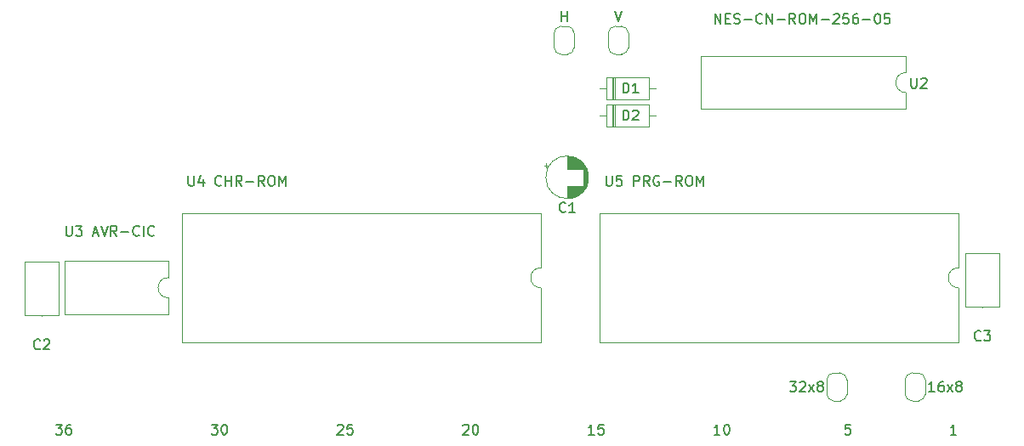
<source format=gto>
G04 #@! TF.GenerationSoftware,KiCad,Pcbnew,(5.1.9)-1*
G04 #@! TF.CreationDate,2022-06-09T21:59:55-07:00*
G04 #@! TF.ProjectId,NES-CN-ROM-256-05,4e45532d-434e-42d5-924f-4d2d3235362d,v01.1*
G04 #@! TF.SameCoordinates,Original*
G04 #@! TF.FileFunction,Legend,Top*
G04 #@! TF.FilePolarity,Positive*
%FSLAX46Y46*%
G04 Gerber Fmt 4.6, Leading zero omitted, Abs format (unit mm)*
G04 Created by KiCad (PCBNEW (5.1.9)-1) date 2022-06-09 21:59:55*
%MOMM*%
%LPD*%
G01*
G04 APERTURE LIST*
%ADD10C,0.150000*%
%ADD11C,0.120000*%
%ADD12C,0.100000*%
%ADD13C,1.300000*%
%ADD14O,1.700000X1.700000*%
%ADD15C,1.700000*%
G04 APERTURE END LIST*
D10*
X183809523Y-72252380D02*
X183809523Y-71252380D01*
X184380952Y-72252380D01*
X184380952Y-71252380D01*
X184857142Y-71728571D02*
X185190476Y-71728571D01*
X185333333Y-72252380D02*
X184857142Y-72252380D01*
X184857142Y-71252380D01*
X185333333Y-71252380D01*
X185714285Y-72204761D02*
X185857142Y-72252380D01*
X186095238Y-72252380D01*
X186190476Y-72204761D01*
X186238095Y-72157142D01*
X186285714Y-72061904D01*
X186285714Y-71966666D01*
X186238095Y-71871428D01*
X186190476Y-71823809D01*
X186095238Y-71776190D01*
X185904761Y-71728571D01*
X185809523Y-71680952D01*
X185761904Y-71633333D01*
X185714285Y-71538095D01*
X185714285Y-71442857D01*
X185761904Y-71347619D01*
X185809523Y-71300000D01*
X185904761Y-71252380D01*
X186142857Y-71252380D01*
X186285714Y-71300000D01*
X186714285Y-71871428D02*
X187476190Y-71871428D01*
X188523809Y-72157142D02*
X188476190Y-72204761D01*
X188333333Y-72252380D01*
X188238095Y-72252380D01*
X188095238Y-72204761D01*
X188000000Y-72109523D01*
X187952380Y-72014285D01*
X187904761Y-71823809D01*
X187904761Y-71680952D01*
X187952380Y-71490476D01*
X188000000Y-71395238D01*
X188095238Y-71300000D01*
X188238095Y-71252380D01*
X188333333Y-71252380D01*
X188476190Y-71300000D01*
X188523809Y-71347619D01*
X188952380Y-72252380D02*
X188952380Y-71252380D01*
X189523809Y-72252380D01*
X189523809Y-71252380D01*
X190000000Y-71871428D02*
X190761904Y-71871428D01*
X191809523Y-72252380D02*
X191476190Y-71776190D01*
X191238095Y-72252380D02*
X191238095Y-71252380D01*
X191619047Y-71252380D01*
X191714285Y-71300000D01*
X191761904Y-71347619D01*
X191809523Y-71442857D01*
X191809523Y-71585714D01*
X191761904Y-71680952D01*
X191714285Y-71728571D01*
X191619047Y-71776190D01*
X191238095Y-71776190D01*
X192428571Y-71252380D02*
X192619047Y-71252380D01*
X192714285Y-71300000D01*
X192809523Y-71395238D01*
X192857142Y-71585714D01*
X192857142Y-71919047D01*
X192809523Y-72109523D01*
X192714285Y-72204761D01*
X192619047Y-72252380D01*
X192428571Y-72252380D01*
X192333333Y-72204761D01*
X192238095Y-72109523D01*
X192190476Y-71919047D01*
X192190476Y-71585714D01*
X192238095Y-71395238D01*
X192333333Y-71300000D01*
X192428571Y-71252380D01*
X193285714Y-72252380D02*
X193285714Y-71252380D01*
X193619047Y-71966666D01*
X193952380Y-71252380D01*
X193952380Y-72252380D01*
X194428571Y-71871428D02*
X195190476Y-71871428D01*
X195619047Y-71347619D02*
X195666666Y-71300000D01*
X195761904Y-71252380D01*
X196000000Y-71252380D01*
X196095238Y-71300000D01*
X196142857Y-71347619D01*
X196190476Y-71442857D01*
X196190476Y-71538095D01*
X196142857Y-71680952D01*
X195571428Y-72252380D01*
X196190476Y-72252380D01*
X197095238Y-71252380D02*
X196619047Y-71252380D01*
X196571428Y-71728571D01*
X196619047Y-71680952D01*
X196714285Y-71633333D01*
X196952380Y-71633333D01*
X197047619Y-71680952D01*
X197095238Y-71728571D01*
X197142857Y-71823809D01*
X197142857Y-72061904D01*
X197095238Y-72157142D01*
X197047619Y-72204761D01*
X196952380Y-72252380D01*
X196714285Y-72252380D01*
X196619047Y-72204761D01*
X196571428Y-72157142D01*
X198000000Y-71252380D02*
X197809523Y-71252380D01*
X197714285Y-71300000D01*
X197666666Y-71347619D01*
X197571428Y-71490476D01*
X197523809Y-71680952D01*
X197523809Y-72061904D01*
X197571428Y-72157142D01*
X197619047Y-72204761D01*
X197714285Y-72252380D01*
X197904761Y-72252380D01*
X198000000Y-72204761D01*
X198047619Y-72157142D01*
X198095238Y-72061904D01*
X198095238Y-71823809D01*
X198047619Y-71728571D01*
X198000000Y-71680952D01*
X197904761Y-71633333D01*
X197714285Y-71633333D01*
X197619047Y-71680952D01*
X197571428Y-71728571D01*
X197523809Y-71823809D01*
X198523809Y-71871428D02*
X199285714Y-71871428D01*
X199952380Y-71252380D02*
X200047619Y-71252380D01*
X200142857Y-71300000D01*
X200190476Y-71347619D01*
X200238095Y-71442857D01*
X200285714Y-71633333D01*
X200285714Y-71871428D01*
X200238095Y-72061904D01*
X200190476Y-72157142D01*
X200142857Y-72204761D01*
X200047619Y-72252380D01*
X199952380Y-72252380D01*
X199857142Y-72204761D01*
X199809523Y-72157142D01*
X199761904Y-72061904D01*
X199714285Y-71871428D01*
X199714285Y-71633333D01*
X199761904Y-71442857D01*
X199809523Y-71347619D01*
X199857142Y-71300000D01*
X199952380Y-71252380D01*
X201190476Y-71252380D02*
X200714285Y-71252380D01*
X200666666Y-71728571D01*
X200714285Y-71680952D01*
X200809523Y-71633333D01*
X201047619Y-71633333D01*
X201142857Y-71680952D01*
X201190476Y-71728571D01*
X201238095Y-71823809D01*
X201238095Y-72061904D01*
X201190476Y-72157142D01*
X201142857Y-72204761D01*
X201047619Y-72252380D01*
X200809523Y-72252380D01*
X200714285Y-72204761D01*
X200666666Y-72157142D01*
X118190476Y-112202380D02*
X118809523Y-112202380D01*
X118476190Y-112583333D01*
X118619047Y-112583333D01*
X118714285Y-112630952D01*
X118761904Y-112678571D01*
X118809523Y-112773809D01*
X118809523Y-113011904D01*
X118761904Y-113107142D01*
X118714285Y-113154761D01*
X118619047Y-113202380D01*
X118333333Y-113202380D01*
X118238095Y-113154761D01*
X118190476Y-113107142D01*
X119666666Y-112202380D02*
X119476190Y-112202380D01*
X119380952Y-112250000D01*
X119333333Y-112297619D01*
X119238095Y-112440476D01*
X119190476Y-112630952D01*
X119190476Y-113011904D01*
X119238095Y-113107142D01*
X119285714Y-113154761D01*
X119380952Y-113202380D01*
X119571428Y-113202380D01*
X119666666Y-113154761D01*
X119714285Y-113107142D01*
X119761904Y-113011904D01*
X119761904Y-112773809D01*
X119714285Y-112678571D01*
X119666666Y-112630952D01*
X119571428Y-112583333D01*
X119380952Y-112583333D01*
X119285714Y-112630952D01*
X119238095Y-112678571D01*
X119190476Y-112773809D01*
X133690476Y-112202380D02*
X134309523Y-112202380D01*
X133976190Y-112583333D01*
X134119047Y-112583333D01*
X134214285Y-112630952D01*
X134261904Y-112678571D01*
X134309523Y-112773809D01*
X134309523Y-113011904D01*
X134261904Y-113107142D01*
X134214285Y-113154761D01*
X134119047Y-113202380D01*
X133833333Y-113202380D01*
X133738095Y-113154761D01*
X133690476Y-113107142D01*
X134928571Y-112202380D02*
X135023809Y-112202380D01*
X135119047Y-112250000D01*
X135166666Y-112297619D01*
X135214285Y-112392857D01*
X135261904Y-112583333D01*
X135261904Y-112821428D01*
X135214285Y-113011904D01*
X135166666Y-113107142D01*
X135119047Y-113154761D01*
X135023809Y-113202380D01*
X134928571Y-113202380D01*
X134833333Y-113154761D01*
X134785714Y-113107142D01*
X134738095Y-113011904D01*
X134690476Y-112821428D01*
X134690476Y-112583333D01*
X134738095Y-112392857D01*
X134785714Y-112297619D01*
X134833333Y-112250000D01*
X134928571Y-112202380D01*
X146238095Y-112297619D02*
X146285714Y-112250000D01*
X146380952Y-112202380D01*
X146619047Y-112202380D01*
X146714285Y-112250000D01*
X146761904Y-112297619D01*
X146809523Y-112392857D01*
X146809523Y-112488095D01*
X146761904Y-112630952D01*
X146190476Y-113202380D01*
X146809523Y-113202380D01*
X147714285Y-112202380D02*
X147238095Y-112202380D01*
X147190476Y-112678571D01*
X147238095Y-112630952D01*
X147333333Y-112583333D01*
X147571428Y-112583333D01*
X147666666Y-112630952D01*
X147714285Y-112678571D01*
X147761904Y-112773809D01*
X147761904Y-113011904D01*
X147714285Y-113107142D01*
X147666666Y-113154761D01*
X147571428Y-113202380D01*
X147333333Y-113202380D01*
X147238095Y-113154761D01*
X147190476Y-113107142D01*
X158738095Y-112297619D02*
X158785714Y-112250000D01*
X158880952Y-112202380D01*
X159119047Y-112202380D01*
X159214285Y-112250000D01*
X159261904Y-112297619D01*
X159309523Y-112392857D01*
X159309523Y-112488095D01*
X159261904Y-112630952D01*
X158690476Y-113202380D01*
X159309523Y-113202380D01*
X159928571Y-112202380D02*
X160023809Y-112202380D01*
X160119047Y-112250000D01*
X160166666Y-112297619D01*
X160214285Y-112392857D01*
X160261904Y-112583333D01*
X160261904Y-112821428D01*
X160214285Y-113011904D01*
X160166666Y-113107142D01*
X160119047Y-113154761D01*
X160023809Y-113202380D01*
X159928571Y-113202380D01*
X159833333Y-113154761D01*
X159785714Y-113107142D01*
X159738095Y-113011904D01*
X159690476Y-112821428D01*
X159690476Y-112583333D01*
X159738095Y-112392857D01*
X159785714Y-112297619D01*
X159833333Y-112250000D01*
X159928571Y-112202380D01*
X171809523Y-113202380D02*
X171238095Y-113202380D01*
X171523809Y-113202380D02*
X171523809Y-112202380D01*
X171428571Y-112345238D01*
X171333333Y-112440476D01*
X171238095Y-112488095D01*
X172714285Y-112202380D02*
X172238095Y-112202380D01*
X172190476Y-112678571D01*
X172238095Y-112630952D01*
X172333333Y-112583333D01*
X172571428Y-112583333D01*
X172666666Y-112630952D01*
X172714285Y-112678571D01*
X172761904Y-112773809D01*
X172761904Y-113011904D01*
X172714285Y-113107142D01*
X172666666Y-113154761D01*
X172571428Y-113202380D01*
X172333333Y-113202380D01*
X172238095Y-113154761D01*
X172190476Y-113107142D01*
X184309523Y-113202380D02*
X183738095Y-113202380D01*
X184023809Y-113202380D02*
X184023809Y-112202380D01*
X183928571Y-112345238D01*
X183833333Y-112440476D01*
X183738095Y-112488095D01*
X184928571Y-112202380D02*
X185023809Y-112202380D01*
X185119047Y-112250000D01*
X185166666Y-112297619D01*
X185214285Y-112392857D01*
X185261904Y-112583333D01*
X185261904Y-112821428D01*
X185214285Y-113011904D01*
X185166666Y-113107142D01*
X185119047Y-113154761D01*
X185023809Y-113202380D01*
X184928571Y-113202380D01*
X184833333Y-113154761D01*
X184785714Y-113107142D01*
X184738095Y-113011904D01*
X184690476Y-112821428D01*
X184690476Y-112583333D01*
X184738095Y-112392857D01*
X184785714Y-112297619D01*
X184833333Y-112250000D01*
X184928571Y-112202380D01*
X207835714Y-113202380D02*
X207264285Y-113202380D01*
X207550000Y-113202380D02*
X207550000Y-112202380D01*
X207454761Y-112345238D01*
X207359523Y-112440476D01*
X207264285Y-112488095D01*
X197288095Y-112202380D02*
X196811904Y-112202380D01*
X196764285Y-112678571D01*
X196811904Y-112630952D01*
X196907142Y-112583333D01*
X197145238Y-112583333D01*
X197240476Y-112630952D01*
X197288095Y-112678571D01*
X197335714Y-112773809D01*
X197335714Y-113011904D01*
X197288095Y-113107142D01*
X197240476Y-113154761D01*
X197145238Y-113202380D01*
X196907142Y-113202380D01*
X196811904Y-113154761D01*
X196764285Y-113107142D01*
X121926190Y-93116666D02*
X122402380Y-93116666D01*
X121830952Y-93402380D02*
X122164285Y-92402380D01*
X122497619Y-93402380D01*
X122688095Y-92402380D02*
X123021428Y-93402380D01*
X123354761Y-92402380D01*
X124259523Y-93402380D02*
X123926190Y-92926190D01*
X123688095Y-93402380D02*
X123688095Y-92402380D01*
X124069047Y-92402380D01*
X124164285Y-92450000D01*
X124211904Y-92497619D01*
X124259523Y-92592857D01*
X124259523Y-92735714D01*
X124211904Y-92830952D01*
X124164285Y-92878571D01*
X124069047Y-92926190D01*
X123688095Y-92926190D01*
X124688095Y-93021428D02*
X125450000Y-93021428D01*
X126497619Y-93307142D02*
X126450000Y-93354761D01*
X126307142Y-93402380D01*
X126211904Y-93402380D01*
X126069047Y-93354761D01*
X125973809Y-93259523D01*
X125926190Y-93164285D01*
X125878571Y-92973809D01*
X125878571Y-92830952D01*
X125926190Y-92640476D01*
X125973809Y-92545238D01*
X126069047Y-92450000D01*
X126211904Y-92402380D01*
X126307142Y-92402380D01*
X126450000Y-92450000D01*
X126497619Y-92497619D01*
X126926190Y-93402380D02*
X126926190Y-92402380D01*
X127973809Y-93307142D02*
X127926190Y-93354761D01*
X127783333Y-93402380D01*
X127688095Y-93402380D01*
X127545238Y-93354761D01*
X127450000Y-93259523D01*
X127402380Y-93164285D01*
X127354761Y-92973809D01*
X127354761Y-92830952D01*
X127402380Y-92640476D01*
X127450000Y-92545238D01*
X127545238Y-92450000D01*
X127688095Y-92402380D01*
X127783333Y-92402380D01*
X127926190Y-92450000D01*
X127973809Y-92497619D01*
D11*
X167030199Y-86155000D02*
X167030199Y-86555000D01*
X166830199Y-86355000D02*
X167230199Y-86355000D01*
X171181000Y-87180000D02*
X171181000Y-87920000D01*
X171141000Y-87013000D02*
X171141000Y-88087000D01*
X171101000Y-86886000D02*
X171101000Y-88214000D01*
X171061000Y-86782000D02*
X171061000Y-88318000D01*
X171021000Y-86691000D02*
X171021000Y-88409000D01*
X170981000Y-86610000D02*
X170981000Y-88490000D01*
X170941000Y-86537000D02*
X170941000Y-88563000D01*
X170901000Y-86470000D02*
X170901000Y-88630000D01*
X170861000Y-86408000D02*
X170861000Y-88692000D01*
X170821000Y-86350000D02*
X170821000Y-88750000D01*
X170781000Y-86296000D02*
X170781000Y-88804000D01*
X170741000Y-86246000D02*
X170741000Y-88854000D01*
X170701000Y-86199000D02*
X170701000Y-88901000D01*
X170661000Y-88390000D02*
X170661000Y-88946000D01*
X170661000Y-86154000D02*
X170661000Y-86710000D01*
X170621000Y-88390000D02*
X170621000Y-88988000D01*
X170621000Y-86112000D02*
X170621000Y-86710000D01*
X170581000Y-88390000D02*
X170581000Y-89028000D01*
X170581000Y-86072000D02*
X170581000Y-86710000D01*
X170541000Y-88390000D02*
X170541000Y-89066000D01*
X170541000Y-86034000D02*
X170541000Y-86710000D01*
X170501000Y-88390000D02*
X170501000Y-89102000D01*
X170501000Y-85998000D02*
X170501000Y-86710000D01*
X170461000Y-88390000D02*
X170461000Y-89137000D01*
X170461000Y-85963000D02*
X170461000Y-86710000D01*
X170421000Y-88390000D02*
X170421000Y-89169000D01*
X170421000Y-85931000D02*
X170421000Y-86710000D01*
X170381000Y-88390000D02*
X170381000Y-89200000D01*
X170381000Y-85900000D02*
X170381000Y-86710000D01*
X170341000Y-88390000D02*
X170341000Y-89230000D01*
X170341000Y-85870000D02*
X170341000Y-86710000D01*
X170301000Y-88390000D02*
X170301000Y-89258000D01*
X170301000Y-85842000D02*
X170301000Y-86710000D01*
X170261000Y-88390000D02*
X170261000Y-89285000D01*
X170261000Y-85815000D02*
X170261000Y-86710000D01*
X170221000Y-88390000D02*
X170221000Y-89310000D01*
X170221000Y-85790000D02*
X170221000Y-86710000D01*
X170181000Y-88390000D02*
X170181000Y-89335000D01*
X170181000Y-85765000D02*
X170181000Y-86710000D01*
X170141000Y-88390000D02*
X170141000Y-89358000D01*
X170141000Y-85742000D02*
X170141000Y-86710000D01*
X170101000Y-88390000D02*
X170101000Y-89380000D01*
X170101000Y-85720000D02*
X170101000Y-86710000D01*
X170061000Y-88390000D02*
X170061000Y-89401000D01*
X170061000Y-85699000D02*
X170061000Y-86710000D01*
X170021000Y-88390000D02*
X170021000Y-89420000D01*
X170021000Y-85680000D02*
X170021000Y-86710000D01*
X169981000Y-88390000D02*
X169981000Y-89439000D01*
X169981000Y-85661000D02*
X169981000Y-86710000D01*
X169941000Y-88390000D02*
X169941000Y-89457000D01*
X169941000Y-85643000D02*
X169941000Y-86710000D01*
X169901000Y-88390000D02*
X169901000Y-89474000D01*
X169901000Y-85626000D02*
X169901000Y-86710000D01*
X169861000Y-88390000D02*
X169861000Y-89490000D01*
X169861000Y-85610000D02*
X169861000Y-86710000D01*
X169821000Y-88390000D02*
X169821000Y-89504000D01*
X169821000Y-85596000D02*
X169821000Y-86710000D01*
X169780000Y-88390000D02*
X169780000Y-89518000D01*
X169780000Y-85582000D02*
X169780000Y-86710000D01*
X169740000Y-88390000D02*
X169740000Y-89532000D01*
X169740000Y-85568000D02*
X169740000Y-86710000D01*
X169700000Y-88390000D02*
X169700000Y-89544000D01*
X169700000Y-85556000D02*
X169700000Y-86710000D01*
X169660000Y-88390000D02*
X169660000Y-89555000D01*
X169660000Y-85545000D02*
X169660000Y-86710000D01*
X169620000Y-88390000D02*
X169620000Y-89566000D01*
X169620000Y-85534000D02*
X169620000Y-86710000D01*
X169580000Y-88390000D02*
X169580000Y-89575000D01*
X169580000Y-85525000D02*
X169580000Y-86710000D01*
X169540000Y-88390000D02*
X169540000Y-89584000D01*
X169540000Y-85516000D02*
X169540000Y-86710000D01*
X169500000Y-88390000D02*
X169500000Y-89592000D01*
X169500000Y-85508000D02*
X169500000Y-86710000D01*
X169460000Y-88390000D02*
X169460000Y-89600000D01*
X169460000Y-85500000D02*
X169460000Y-86710000D01*
X169420000Y-88390000D02*
X169420000Y-89606000D01*
X169420000Y-85494000D02*
X169420000Y-86710000D01*
X169380000Y-88390000D02*
X169380000Y-89612000D01*
X169380000Y-85488000D02*
X169380000Y-86710000D01*
X169340000Y-88390000D02*
X169340000Y-89617000D01*
X169340000Y-85483000D02*
X169340000Y-86710000D01*
X169300000Y-88390000D02*
X169300000Y-89621000D01*
X169300000Y-85479000D02*
X169300000Y-86710000D01*
X169260000Y-88390000D02*
X169260000Y-89624000D01*
X169260000Y-85476000D02*
X169260000Y-86710000D01*
X169220000Y-88390000D02*
X169220000Y-89627000D01*
X169220000Y-85473000D02*
X169220000Y-86710000D01*
X169180000Y-85471000D02*
X169180000Y-86710000D01*
X169180000Y-88390000D02*
X169180000Y-89629000D01*
X169140000Y-85470000D02*
X169140000Y-86710000D01*
X169140000Y-88390000D02*
X169140000Y-89630000D01*
X169100000Y-85470000D02*
X169100000Y-86710000D01*
X169100000Y-88390000D02*
X169100000Y-89630000D01*
X171220000Y-87550000D02*
G75*
G03*
X171220000Y-87550000I-2120000J0D01*
G01*
X115130000Y-101320000D02*
X118470000Y-101320000D01*
X118470000Y-101320000D02*
X118470000Y-95980000D01*
X118470000Y-95980000D02*
X115130000Y-95980000D01*
X115130000Y-95980000D02*
X115130000Y-101320000D01*
X116800000Y-101360000D02*
X116800000Y-101320000D01*
X116800000Y-95940000D02*
X116800000Y-95980000D01*
X210450000Y-95090000D02*
X210450000Y-95130000D01*
X210450000Y-100510000D02*
X210450000Y-100470000D01*
X208780000Y-95130000D02*
X208780000Y-100470000D01*
X212120000Y-95130000D02*
X208780000Y-95130000D01*
X212120000Y-100470000D02*
X212120000Y-95130000D01*
X208780000Y-100470000D02*
X212120000Y-100470000D01*
X172990000Y-77580000D02*
X172990000Y-79820000D01*
X172990000Y-79820000D02*
X177230000Y-79820000D01*
X177230000Y-79820000D02*
X177230000Y-77580000D01*
X177230000Y-77580000D02*
X172990000Y-77580000D01*
X172340000Y-78700000D02*
X172990000Y-78700000D01*
X177880000Y-78700000D02*
X177230000Y-78700000D01*
X173710000Y-77580000D02*
X173710000Y-79820000D01*
X173830000Y-77580000D02*
X173830000Y-79820000D01*
X173590000Y-77580000D02*
X173590000Y-79820000D01*
X173590000Y-80280000D02*
X173590000Y-82520000D01*
X173830000Y-80280000D02*
X173830000Y-82520000D01*
X173710000Y-80280000D02*
X173710000Y-82520000D01*
X177880000Y-81400000D02*
X177230000Y-81400000D01*
X172340000Y-81400000D02*
X172990000Y-81400000D01*
X177230000Y-80280000D02*
X172990000Y-80280000D01*
X177230000Y-82520000D02*
X177230000Y-80280000D01*
X172990000Y-82520000D02*
X177230000Y-82520000D01*
X172990000Y-80280000D02*
X172990000Y-82520000D01*
X202830000Y-77110000D02*
X202830000Y-75460000D01*
X202830000Y-75460000D02*
X182390000Y-75460000D01*
X182390000Y-75460000D02*
X182390000Y-80760000D01*
X182390000Y-80760000D02*
X202830000Y-80760000D01*
X202830000Y-80760000D02*
X202830000Y-79110000D01*
X202830000Y-79110000D02*
G75*
G02*
X202830000Y-77110000I0J1000000D01*
G01*
X129380000Y-101210000D02*
X129380000Y-99560000D01*
X119100000Y-101210000D02*
X129380000Y-101210000D01*
X119100000Y-95910000D02*
X119100000Y-101210000D01*
X129380000Y-95910000D02*
X119100000Y-95910000D01*
X129380000Y-97560000D02*
X129380000Y-95910000D01*
X129380000Y-99560000D02*
G75*
G02*
X129380000Y-97560000I0J1000000D01*
G01*
X166480000Y-104030000D02*
X166480000Y-98570000D01*
X130800000Y-104030000D02*
X166480000Y-104030000D01*
X130800000Y-91110000D02*
X130800000Y-104030000D01*
X166480000Y-91110000D02*
X130800000Y-91110000D01*
X166480000Y-96570000D02*
X166480000Y-91110000D01*
X166480000Y-98570000D02*
G75*
G02*
X166480000Y-96570000I0J1000000D01*
G01*
X208050000Y-96570000D02*
X208050000Y-91110000D01*
X208050000Y-91110000D02*
X172370000Y-91110000D01*
X172370000Y-91110000D02*
X172370000Y-104030000D01*
X172370000Y-104030000D02*
X208050000Y-104030000D01*
X208050000Y-104030000D02*
X208050000Y-98570000D01*
X208050000Y-98570000D02*
G75*
G02*
X208050000Y-96570000I0J1000000D01*
G01*
X194950000Y-109150000D02*
X194950000Y-107750000D01*
X195650000Y-107050000D02*
X196250000Y-107050000D01*
X196950000Y-107750000D02*
X196950000Y-109150000D01*
X196250000Y-109850000D02*
X195650000Y-109850000D01*
X194950000Y-107750000D02*
G75*
G02*
X195650000Y-107050000I700000J0D01*
G01*
X196250000Y-107050000D02*
G75*
G02*
X196950000Y-107750000I0J-700000D01*
G01*
X196950000Y-109150000D02*
G75*
G02*
X196250000Y-109850000I-700000J0D01*
G01*
X195650000Y-109850000D02*
G75*
G02*
X194950000Y-109150000I0J700000D01*
G01*
X202750000Y-109150000D02*
X202750000Y-107750000D01*
X203450000Y-107050000D02*
X204050000Y-107050000D01*
X204750000Y-107750000D02*
X204750000Y-109150000D01*
X204050000Y-109850000D02*
X203450000Y-109850000D01*
X202750000Y-107750000D02*
G75*
G02*
X203450000Y-107050000I700000J0D01*
G01*
X204050000Y-107050000D02*
G75*
G02*
X204750000Y-107750000I0J-700000D01*
G01*
X204750000Y-109150000D02*
G75*
G02*
X204050000Y-109850000I-700000J0D01*
G01*
X203450000Y-109850000D02*
G75*
G02*
X202750000Y-109150000I0J700000D01*
G01*
X167800000Y-74600000D02*
X167800000Y-73200000D01*
X168500000Y-72500000D02*
X169100000Y-72500000D01*
X169800000Y-73200000D02*
X169800000Y-74600000D01*
X169100000Y-75300000D02*
X168500000Y-75300000D01*
X167800000Y-73200000D02*
G75*
G02*
X168500000Y-72500000I700000J0D01*
G01*
X169100000Y-72500000D02*
G75*
G02*
X169800000Y-73200000I0J-700000D01*
G01*
X169800000Y-74600000D02*
G75*
G02*
X169100000Y-75300000I-700000J0D01*
G01*
X168500000Y-75300000D02*
G75*
G02*
X167800000Y-74600000I0J700000D01*
G01*
X173200000Y-74600000D02*
X173200000Y-73200000D01*
X173900000Y-72500000D02*
X174500000Y-72500000D01*
X175200000Y-73200000D02*
X175200000Y-74600000D01*
X174500000Y-75300000D02*
X173900000Y-75300000D01*
X173200000Y-73200000D02*
G75*
G02*
X173900000Y-72500000I700000J0D01*
G01*
X174500000Y-72500000D02*
G75*
G02*
X175200000Y-73200000I0J-700000D01*
G01*
X175200000Y-74600000D02*
G75*
G02*
X174500000Y-75300000I-700000J0D01*
G01*
X173900000Y-75300000D02*
G75*
G02*
X173200000Y-74600000I0J700000D01*
G01*
D10*
X168933333Y-90957142D02*
X168885714Y-91004761D01*
X168742857Y-91052380D01*
X168647619Y-91052380D01*
X168504761Y-91004761D01*
X168409523Y-90909523D01*
X168361904Y-90814285D01*
X168314285Y-90623809D01*
X168314285Y-90480952D01*
X168361904Y-90290476D01*
X168409523Y-90195238D01*
X168504761Y-90100000D01*
X168647619Y-90052380D01*
X168742857Y-90052380D01*
X168885714Y-90100000D01*
X168933333Y-90147619D01*
X169885714Y-91052380D02*
X169314285Y-91052380D01*
X169600000Y-91052380D02*
X169600000Y-90052380D01*
X169504761Y-90195238D01*
X169409523Y-90290476D01*
X169314285Y-90338095D01*
X116633333Y-104607142D02*
X116585714Y-104654761D01*
X116442857Y-104702380D01*
X116347619Y-104702380D01*
X116204761Y-104654761D01*
X116109523Y-104559523D01*
X116061904Y-104464285D01*
X116014285Y-104273809D01*
X116014285Y-104130952D01*
X116061904Y-103940476D01*
X116109523Y-103845238D01*
X116204761Y-103750000D01*
X116347619Y-103702380D01*
X116442857Y-103702380D01*
X116585714Y-103750000D01*
X116633333Y-103797619D01*
X117014285Y-103797619D02*
X117061904Y-103750000D01*
X117157142Y-103702380D01*
X117395238Y-103702380D01*
X117490476Y-103750000D01*
X117538095Y-103797619D01*
X117585714Y-103892857D01*
X117585714Y-103988095D01*
X117538095Y-104130952D01*
X116966666Y-104702380D01*
X117585714Y-104702380D01*
X210283333Y-103757142D02*
X210235714Y-103804761D01*
X210092857Y-103852380D01*
X209997619Y-103852380D01*
X209854761Y-103804761D01*
X209759523Y-103709523D01*
X209711904Y-103614285D01*
X209664285Y-103423809D01*
X209664285Y-103280952D01*
X209711904Y-103090476D01*
X209759523Y-102995238D01*
X209854761Y-102900000D01*
X209997619Y-102852380D01*
X210092857Y-102852380D01*
X210235714Y-102900000D01*
X210283333Y-102947619D01*
X210616666Y-102852380D02*
X211235714Y-102852380D01*
X210902380Y-103233333D01*
X211045238Y-103233333D01*
X211140476Y-103280952D01*
X211188095Y-103328571D01*
X211235714Y-103423809D01*
X211235714Y-103661904D01*
X211188095Y-103757142D01*
X211140476Y-103804761D01*
X211045238Y-103852380D01*
X210759523Y-103852380D01*
X210664285Y-103804761D01*
X210616666Y-103757142D01*
X174661904Y-79152380D02*
X174661904Y-78152380D01*
X174900000Y-78152380D01*
X175042857Y-78200000D01*
X175138095Y-78295238D01*
X175185714Y-78390476D01*
X175233333Y-78580952D01*
X175233333Y-78723809D01*
X175185714Y-78914285D01*
X175138095Y-79009523D01*
X175042857Y-79104761D01*
X174900000Y-79152380D01*
X174661904Y-79152380D01*
X176185714Y-79152380D02*
X175614285Y-79152380D01*
X175900000Y-79152380D02*
X175900000Y-78152380D01*
X175804761Y-78295238D01*
X175709523Y-78390476D01*
X175614285Y-78438095D01*
X174661904Y-81852380D02*
X174661904Y-80852380D01*
X174900000Y-80852380D01*
X175042857Y-80900000D01*
X175138095Y-80995238D01*
X175185714Y-81090476D01*
X175233333Y-81280952D01*
X175233333Y-81423809D01*
X175185714Y-81614285D01*
X175138095Y-81709523D01*
X175042857Y-81804761D01*
X174900000Y-81852380D01*
X174661904Y-81852380D01*
X175614285Y-80947619D02*
X175661904Y-80900000D01*
X175757142Y-80852380D01*
X175995238Y-80852380D01*
X176090476Y-80900000D01*
X176138095Y-80947619D01*
X176185714Y-81042857D01*
X176185714Y-81138095D01*
X176138095Y-81280952D01*
X175566666Y-81852380D01*
X176185714Y-81852380D01*
X203338095Y-77652380D02*
X203338095Y-78461904D01*
X203385714Y-78557142D01*
X203433333Y-78604761D01*
X203528571Y-78652380D01*
X203719047Y-78652380D01*
X203814285Y-78604761D01*
X203861904Y-78557142D01*
X203909523Y-78461904D01*
X203909523Y-77652380D01*
X204338095Y-77747619D02*
X204385714Y-77700000D01*
X204480952Y-77652380D01*
X204719047Y-77652380D01*
X204814285Y-77700000D01*
X204861904Y-77747619D01*
X204909523Y-77842857D01*
X204909523Y-77938095D01*
X204861904Y-78080952D01*
X204290476Y-78652380D01*
X204909523Y-78652380D01*
X119238095Y-92402380D02*
X119238095Y-93211904D01*
X119285714Y-93307142D01*
X119333333Y-93354761D01*
X119428571Y-93402380D01*
X119619047Y-93402380D01*
X119714285Y-93354761D01*
X119761904Y-93307142D01*
X119809523Y-93211904D01*
X119809523Y-92402380D01*
X120190476Y-92402380D02*
X120809523Y-92402380D01*
X120476190Y-92783333D01*
X120619047Y-92783333D01*
X120714285Y-92830952D01*
X120761904Y-92878571D01*
X120809523Y-92973809D01*
X120809523Y-93211904D01*
X120761904Y-93307142D01*
X120714285Y-93354761D01*
X120619047Y-93402380D01*
X120333333Y-93402380D01*
X120238095Y-93354761D01*
X120190476Y-93307142D01*
X131388095Y-87402380D02*
X131388095Y-88211904D01*
X131435714Y-88307142D01*
X131483333Y-88354761D01*
X131578571Y-88402380D01*
X131769047Y-88402380D01*
X131864285Y-88354761D01*
X131911904Y-88307142D01*
X131959523Y-88211904D01*
X131959523Y-87402380D01*
X132864285Y-87735714D02*
X132864285Y-88402380D01*
X132626190Y-87354761D02*
X132388095Y-88069047D01*
X133007142Y-88069047D01*
X134671428Y-88307142D02*
X134623809Y-88354761D01*
X134480952Y-88402380D01*
X134385714Y-88402380D01*
X134242857Y-88354761D01*
X134147619Y-88259523D01*
X134100000Y-88164285D01*
X134052380Y-87973809D01*
X134052380Y-87830952D01*
X134100000Y-87640476D01*
X134147619Y-87545238D01*
X134242857Y-87450000D01*
X134385714Y-87402380D01*
X134480952Y-87402380D01*
X134623809Y-87450000D01*
X134671428Y-87497619D01*
X135100000Y-88402380D02*
X135100000Y-87402380D01*
X135100000Y-87878571D02*
X135671428Y-87878571D01*
X135671428Y-88402380D02*
X135671428Y-87402380D01*
X136719047Y-88402380D02*
X136385714Y-87926190D01*
X136147619Y-88402380D02*
X136147619Y-87402380D01*
X136528571Y-87402380D01*
X136623809Y-87450000D01*
X136671428Y-87497619D01*
X136719047Y-87592857D01*
X136719047Y-87735714D01*
X136671428Y-87830952D01*
X136623809Y-87878571D01*
X136528571Y-87926190D01*
X136147619Y-87926190D01*
X137147619Y-88021428D02*
X137909523Y-88021428D01*
X138957142Y-88402380D02*
X138623809Y-87926190D01*
X138385714Y-88402380D02*
X138385714Y-87402380D01*
X138766666Y-87402380D01*
X138861904Y-87450000D01*
X138909523Y-87497619D01*
X138957142Y-87592857D01*
X138957142Y-87735714D01*
X138909523Y-87830952D01*
X138861904Y-87878571D01*
X138766666Y-87926190D01*
X138385714Y-87926190D01*
X139576190Y-87402380D02*
X139766666Y-87402380D01*
X139861904Y-87450000D01*
X139957142Y-87545238D01*
X140004761Y-87735714D01*
X140004761Y-88069047D01*
X139957142Y-88259523D01*
X139861904Y-88354761D01*
X139766666Y-88402380D01*
X139576190Y-88402380D01*
X139480952Y-88354761D01*
X139385714Y-88259523D01*
X139338095Y-88069047D01*
X139338095Y-87735714D01*
X139385714Y-87545238D01*
X139480952Y-87450000D01*
X139576190Y-87402380D01*
X140433333Y-88402380D02*
X140433333Y-87402380D01*
X140766666Y-88116666D01*
X141100000Y-87402380D01*
X141100000Y-88402380D01*
X172988095Y-87402380D02*
X172988095Y-88211904D01*
X173035714Y-88307142D01*
X173083333Y-88354761D01*
X173178571Y-88402380D01*
X173369047Y-88402380D01*
X173464285Y-88354761D01*
X173511904Y-88307142D01*
X173559523Y-88211904D01*
X173559523Y-87402380D01*
X174511904Y-87402380D02*
X174035714Y-87402380D01*
X173988095Y-87878571D01*
X174035714Y-87830952D01*
X174130952Y-87783333D01*
X174369047Y-87783333D01*
X174464285Y-87830952D01*
X174511904Y-87878571D01*
X174559523Y-87973809D01*
X174559523Y-88211904D01*
X174511904Y-88307142D01*
X174464285Y-88354761D01*
X174369047Y-88402380D01*
X174130952Y-88402380D01*
X174035714Y-88354761D01*
X173988095Y-88307142D01*
X175723809Y-88402380D02*
X175723809Y-87402380D01*
X176104761Y-87402380D01*
X176200000Y-87450000D01*
X176247619Y-87497619D01*
X176295238Y-87592857D01*
X176295238Y-87735714D01*
X176247619Y-87830952D01*
X176200000Y-87878571D01*
X176104761Y-87926190D01*
X175723809Y-87926190D01*
X177295238Y-88402380D02*
X176961904Y-87926190D01*
X176723809Y-88402380D02*
X176723809Y-87402380D01*
X177104761Y-87402380D01*
X177200000Y-87450000D01*
X177247619Y-87497619D01*
X177295238Y-87592857D01*
X177295238Y-87735714D01*
X177247619Y-87830952D01*
X177200000Y-87878571D01*
X177104761Y-87926190D01*
X176723809Y-87926190D01*
X178247619Y-87450000D02*
X178152380Y-87402380D01*
X178009523Y-87402380D01*
X177866666Y-87450000D01*
X177771428Y-87545238D01*
X177723809Y-87640476D01*
X177676190Y-87830952D01*
X177676190Y-87973809D01*
X177723809Y-88164285D01*
X177771428Y-88259523D01*
X177866666Y-88354761D01*
X178009523Y-88402380D01*
X178104761Y-88402380D01*
X178247619Y-88354761D01*
X178295238Y-88307142D01*
X178295238Y-87973809D01*
X178104761Y-87973809D01*
X178723809Y-88021428D02*
X179485714Y-88021428D01*
X180533333Y-88402380D02*
X180200000Y-87926190D01*
X179961904Y-88402380D02*
X179961904Y-87402380D01*
X180342857Y-87402380D01*
X180438095Y-87450000D01*
X180485714Y-87497619D01*
X180533333Y-87592857D01*
X180533333Y-87735714D01*
X180485714Y-87830952D01*
X180438095Y-87878571D01*
X180342857Y-87926190D01*
X179961904Y-87926190D01*
X181152380Y-87402380D02*
X181342857Y-87402380D01*
X181438095Y-87450000D01*
X181533333Y-87545238D01*
X181580952Y-87735714D01*
X181580952Y-88069047D01*
X181533333Y-88259523D01*
X181438095Y-88354761D01*
X181342857Y-88402380D01*
X181152380Y-88402380D01*
X181057142Y-88354761D01*
X180961904Y-88259523D01*
X180914285Y-88069047D01*
X180914285Y-87735714D01*
X180961904Y-87545238D01*
X181057142Y-87450000D01*
X181152380Y-87402380D01*
X182009523Y-88402380D02*
X182009523Y-87402380D01*
X182342857Y-88116666D01*
X182676190Y-87402380D01*
X182676190Y-88402380D01*
X191259523Y-107902380D02*
X191878571Y-107902380D01*
X191545238Y-108283333D01*
X191688095Y-108283333D01*
X191783333Y-108330952D01*
X191830952Y-108378571D01*
X191878571Y-108473809D01*
X191878571Y-108711904D01*
X191830952Y-108807142D01*
X191783333Y-108854761D01*
X191688095Y-108902380D01*
X191402380Y-108902380D01*
X191307142Y-108854761D01*
X191259523Y-108807142D01*
X192259523Y-107997619D02*
X192307142Y-107950000D01*
X192402380Y-107902380D01*
X192640476Y-107902380D01*
X192735714Y-107950000D01*
X192783333Y-107997619D01*
X192830952Y-108092857D01*
X192830952Y-108188095D01*
X192783333Y-108330952D01*
X192211904Y-108902380D01*
X192830952Y-108902380D01*
X193164285Y-108902380D02*
X193688095Y-108235714D01*
X193164285Y-108235714D02*
X193688095Y-108902380D01*
X194211904Y-108330952D02*
X194116666Y-108283333D01*
X194069047Y-108235714D01*
X194021428Y-108140476D01*
X194021428Y-108092857D01*
X194069047Y-107997619D01*
X194116666Y-107950000D01*
X194211904Y-107902380D01*
X194402380Y-107902380D01*
X194497619Y-107950000D01*
X194545238Y-107997619D01*
X194592857Y-108092857D01*
X194592857Y-108140476D01*
X194545238Y-108235714D01*
X194497619Y-108283333D01*
X194402380Y-108330952D01*
X194211904Y-108330952D01*
X194116666Y-108378571D01*
X194069047Y-108426190D01*
X194021428Y-108521428D01*
X194021428Y-108711904D01*
X194069047Y-108807142D01*
X194116666Y-108854761D01*
X194211904Y-108902380D01*
X194402380Y-108902380D01*
X194497619Y-108854761D01*
X194545238Y-108807142D01*
X194592857Y-108711904D01*
X194592857Y-108521428D01*
X194545238Y-108426190D01*
X194497619Y-108378571D01*
X194402380Y-108330952D01*
X205678571Y-108902380D02*
X205107142Y-108902380D01*
X205392857Y-108902380D02*
X205392857Y-107902380D01*
X205297619Y-108045238D01*
X205202380Y-108140476D01*
X205107142Y-108188095D01*
X206535714Y-107902380D02*
X206345238Y-107902380D01*
X206250000Y-107950000D01*
X206202380Y-107997619D01*
X206107142Y-108140476D01*
X206059523Y-108330952D01*
X206059523Y-108711904D01*
X206107142Y-108807142D01*
X206154761Y-108854761D01*
X206250000Y-108902380D01*
X206440476Y-108902380D01*
X206535714Y-108854761D01*
X206583333Y-108807142D01*
X206630952Y-108711904D01*
X206630952Y-108473809D01*
X206583333Y-108378571D01*
X206535714Y-108330952D01*
X206440476Y-108283333D01*
X206250000Y-108283333D01*
X206154761Y-108330952D01*
X206107142Y-108378571D01*
X206059523Y-108473809D01*
X206964285Y-108902380D02*
X207488095Y-108235714D01*
X206964285Y-108235714D02*
X207488095Y-108902380D01*
X208011904Y-108330952D02*
X207916666Y-108283333D01*
X207869047Y-108235714D01*
X207821428Y-108140476D01*
X207821428Y-108092857D01*
X207869047Y-107997619D01*
X207916666Y-107950000D01*
X208011904Y-107902380D01*
X208202380Y-107902380D01*
X208297619Y-107950000D01*
X208345238Y-107997619D01*
X208392857Y-108092857D01*
X208392857Y-108140476D01*
X208345238Y-108235714D01*
X208297619Y-108283333D01*
X208202380Y-108330952D01*
X208011904Y-108330952D01*
X207916666Y-108378571D01*
X207869047Y-108426190D01*
X207821428Y-108521428D01*
X207821428Y-108711904D01*
X207869047Y-108807142D01*
X207916666Y-108854761D01*
X208011904Y-108902380D01*
X208202380Y-108902380D01*
X208297619Y-108854761D01*
X208345238Y-108807142D01*
X208392857Y-108711904D01*
X208392857Y-108521428D01*
X208345238Y-108426190D01*
X208297619Y-108378571D01*
X208202380Y-108330952D01*
X168514285Y-72002380D02*
X168514285Y-71002380D01*
X168514285Y-71478571D02*
X169085714Y-71478571D01*
X169085714Y-72002380D02*
X169085714Y-71002380D01*
X173866666Y-71002380D02*
X174200000Y-72002380D01*
X174533333Y-71002380D01*
%LPC*%
D12*
G36*
X210000000Y-125000000D02*
G01*
X116500000Y-125000000D01*
X116500000Y-113700000D01*
X210000000Y-113700000D01*
X210000000Y-125000000D01*
G37*
X210000000Y-125000000D02*
X116500000Y-125000000D01*
X116500000Y-113700000D01*
X210000000Y-113700000D01*
X210000000Y-125000000D01*
G36*
G01*
X167700000Y-88150000D02*
X167700000Y-86950000D01*
G75*
G02*
X167750000Y-86900000I50000J0D01*
G01*
X168950000Y-86900000D01*
G75*
G02*
X169000000Y-86950000I0J-50000D01*
G01*
X169000000Y-88150000D01*
G75*
G02*
X168950000Y-88200000I-50000J0D01*
G01*
X167750000Y-88200000D01*
G75*
G02*
X167700000Y-88150000I0J50000D01*
G01*
G37*
D13*
X169850000Y-87550000D03*
D14*
X116800000Y-94900000D03*
D15*
X116800000Y-102400000D03*
X210450000Y-101550000D03*
D14*
X210450000Y-94050000D03*
X178920000Y-78700000D03*
G36*
G01*
X170450000Y-79500000D02*
X170450000Y-77900000D01*
G75*
G02*
X170500000Y-77850000I50000J0D01*
G01*
X172100000Y-77850000D01*
G75*
G02*
X172150000Y-77900000I0J-50000D01*
G01*
X172150000Y-79500000D01*
G75*
G02*
X172100000Y-79550000I-50000J0D01*
G01*
X170500000Y-79550000D01*
G75*
G02*
X170450000Y-79500000I0J50000D01*
G01*
G37*
G36*
G01*
X170450000Y-82200000D02*
X170450000Y-80600000D01*
G75*
G02*
X170500000Y-80550000I50000J0D01*
G01*
X172100000Y-80550000D01*
G75*
G02*
X172150000Y-80600000I0J-50000D01*
G01*
X172150000Y-82200000D01*
G75*
G02*
X172100000Y-82250000I-50000J0D01*
G01*
X170500000Y-82250000D01*
G75*
G02*
X170450000Y-82200000I0J50000D01*
G01*
G37*
X178920000Y-81400000D03*
X201500000Y-81920000D03*
X183720000Y-74300000D03*
X198960000Y-81920000D03*
X186260000Y-74300000D03*
X196420000Y-81920000D03*
X188800000Y-74300000D03*
X193880000Y-81920000D03*
X191340000Y-74300000D03*
X191340000Y-81920000D03*
X193880000Y-74300000D03*
X188800000Y-81920000D03*
X196420000Y-74300000D03*
X186260000Y-81920000D03*
X198960000Y-74300000D03*
X183720000Y-81920000D03*
G36*
G01*
X200700000Y-73450000D02*
X202300000Y-73450000D01*
G75*
G02*
X202350000Y-73500000I0J-50000D01*
G01*
X202350000Y-75100000D01*
G75*
G02*
X202300000Y-75150000I-50000J0D01*
G01*
X200700000Y-75150000D01*
G75*
G02*
X200650000Y-75100000I0J50000D01*
G01*
X200650000Y-73500000D01*
G75*
G02*
X200700000Y-73450000I50000J0D01*
G01*
G37*
G36*
G01*
X127250000Y-93900000D02*
X128850000Y-93900000D01*
G75*
G02*
X128900000Y-93950000I0J-50000D01*
G01*
X128900000Y-95550000D01*
G75*
G02*
X128850000Y-95600000I-50000J0D01*
G01*
X127250000Y-95600000D01*
G75*
G02*
X127200000Y-95550000I0J50000D01*
G01*
X127200000Y-93950000D01*
G75*
G02*
X127250000Y-93900000I50000J0D01*
G01*
G37*
X120430000Y-102370000D03*
X125510000Y-94750000D03*
X122970000Y-102370000D03*
X122970000Y-94750000D03*
X125510000Y-102370000D03*
X120430000Y-94750000D03*
X128050000Y-102370000D03*
G36*
G01*
X164350000Y-89100000D02*
X165950000Y-89100000D01*
G75*
G02*
X166000000Y-89150000I0J-50000D01*
G01*
X166000000Y-90750000D01*
G75*
G02*
X165950000Y-90800000I-50000J0D01*
G01*
X164350000Y-90800000D01*
G75*
G02*
X164300000Y-90750000I0J50000D01*
G01*
X164300000Y-89150000D01*
G75*
G02*
X164350000Y-89100000I50000J0D01*
G01*
G37*
X132130000Y-105190000D03*
X162610000Y-89950000D03*
X134670000Y-105190000D03*
X160070000Y-89950000D03*
X137210000Y-105190000D03*
X157530000Y-89950000D03*
X139750000Y-105190000D03*
X154990000Y-89950000D03*
X142290000Y-105190000D03*
X152450000Y-89950000D03*
X144830000Y-105190000D03*
X149910000Y-89950000D03*
X147370000Y-105190000D03*
X147370000Y-89950000D03*
X149910000Y-105190000D03*
X144830000Y-89950000D03*
X152450000Y-105190000D03*
X142290000Y-89950000D03*
X154990000Y-105190000D03*
X139750000Y-89950000D03*
X157530000Y-105190000D03*
X137210000Y-89950000D03*
X160070000Y-105190000D03*
X134670000Y-89950000D03*
X162610000Y-105190000D03*
X132130000Y-89950000D03*
X165150000Y-105190000D03*
X206720000Y-105190000D03*
X173700000Y-89950000D03*
X204180000Y-105190000D03*
X176240000Y-89950000D03*
X201640000Y-105190000D03*
X178780000Y-89950000D03*
X199100000Y-105190000D03*
X181320000Y-89950000D03*
X196560000Y-105190000D03*
X183860000Y-89950000D03*
X194020000Y-105190000D03*
X186400000Y-89950000D03*
X191480000Y-105190000D03*
X188940000Y-89950000D03*
X188940000Y-105190000D03*
X191480000Y-89950000D03*
X186400000Y-105190000D03*
X194020000Y-89950000D03*
X183860000Y-105190000D03*
X196560000Y-89950000D03*
X181320000Y-105190000D03*
X199100000Y-89950000D03*
X178780000Y-105190000D03*
X201640000Y-89950000D03*
X176240000Y-105190000D03*
X204180000Y-89950000D03*
X173700000Y-105190000D03*
G36*
G01*
X205920000Y-89100000D02*
X207520000Y-89100000D01*
G75*
G02*
X207570000Y-89150000I0J-50000D01*
G01*
X207570000Y-90750000D01*
G75*
G02*
X207520000Y-90800000I-50000J0D01*
G01*
X205920000Y-90800000D01*
G75*
G02*
X205870000Y-90750000I0J50000D01*
G01*
X205870000Y-89150000D01*
G75*
G02*
X205920000Y-89100000I50000J0D01*
G01*
G37*
D12*
G36*
X195150602Y-107793889D02*
G01*
X195150602Y-107775466D01*
X195150843Y-107770565D01*
X195155653Y-107721734D01*
X195156373Y-107716881D01*
X195165945Y-107668756D01*
X195167137Y-107663995D01*
X195181381Y-107617040D01*
X195183034Y-107612421D01*
X195201811Y-107567088D01*
X195203909Y-107562651D01*
X195227040Y-107519378D01*
X195229562Y-107515171D01*
X195256822Y-107474372D01*
X195259746Y-107470430D01*
X195290874Y-107432501D01*
X195294169Y-107428866D01*
X195328866Y-107394169D01*
X195332501Y-107390874D01*
X195370430Y-107359746D01*
X195374372Y-107356822D01*
X195415171Y-107329562D01*
X195419378Y-107327040D01*
X195462651Y-107303909D01*
X195467088Y-107301811D01*
X195512421Y-107283034D01*
X195517040Y-107281381D01*
X195563995Y-107267137D01*
X195568756Y-107265945D01*
X195616881Y-107256373D01*
X195621734Y-107255653D01*
X195670565Y-107250843D01*
X195675466Y-107250602D01*
X195693889Y-107250602D01*
X195700000Y-107250000D01*
X196200000Y-107250000D01*
X196206111Y-107250602D01*
X196224534Y-107250602D01*
X196229435Y-107250843D01*
X196278266Y-107255653D01*
X196283119Y-107256373D01*
X196331244Y-107265945D01*
X196336005Y-107267137D01*
X196382960Y-107281381D01*
X196387579Y-107283034D01*
X196432912Y-107301811D01*
X196437349Y-107303909D01*
X196480622Y-107327040D01*
X196484829Y-107329562D01*
X196525628Y-107356822D01*
X196529570Y-107359746D01*
X196567499Y-107390874D01*
X196571134Y-107394169D01*
X196605831Y-107428866D01*
X196609126Y-107432501D01*
X196640254Y-107470430D01*
X196643178Y-107474372D01*
X196670438Y-107515171D01*
X196672960Y-107519378D01*
X196696091Y-107562651D01*
X196698189Y-107567088D01*
X196716966Y-107612421D01*
X196718619Y-107617040D01*
X196732863Y-107663995D01*
X196734055Y-107668756D01*
X196743627Y-107716881D01*
X196744347Y-107721734D01*
X196749157Y-107770565D01*
X196749398Y-107775466D01*
X196749398Y-107793889D01*
X196750000Y-107800000D01*
X196750000Y-108300000D01*
X196749039Y-108309755D01*
X196746194Y-108319134D01*
X196741573Y-108327779D01*
X196735355Y-108335355D01*
X196727779Y-108341573D01*
X196719134Y-108346194D01*
X196709755Y-108349039D01*
X196700000Y-108350000D01*
X195200000Y-108350000D01*
X195190245Y-108349039D01*
X195180866Y-108346194D01*
X195172221Y-108341573D01*
X195164645Y-108335355D01*
X195158427Y-108327779D01*
X195153806Y-108319134D01*
X195150961Y-108309755D01*
X195150000Y-108300000D01*
X195150000Y-107800000D01*
X195150602Y-107793889D01*
G37*
G36*
X195150961Y-108590245D02*
G01*
X195153806Y-108580866D01*
X195158427Y-108572221D01*
X195164645Y-108564645D01*
X195172221Y-108558427D01*
X195180866Y-108553806D01*
X195190245Y-108550961D01*
X195200000Y-108550000D01*
X196700000Y-108550000D01*
X196709755Y-108550961D01*
X196719134Y-108553806D01*
X196727779Y-108558427D01*
X196735355Y-108564645D01*
X196741573Y-108572221D01*
X196746194Y-108580866D01*
X196749039Y-108590245D01*
X196750000Y-108600000D01*
X196750000Y-109100000D01*
X196749398Y-109106111D01*
X196749398Y-109124534D01*
X196749157Y-109129435D01*
X196744347Y-109178266D01*
X196743627Y-109183119D01*
X196734055Y-109231244D01*
X196732863Y-109236005D01*
X196718619Y-109282960D01*
X196716966Y-109287579D01*
X196698189Y-109332912D01*
X196696091Y-109337349D01*
X196672960Y-109380622D01*
X196670438Y-109384829D01*
X196643178Y-109425628D01*
X196640254Y-109429570D01*
X196609126Y-109467499D01*
X196605831Y-109471134D01*
X196571134Y-109505831D01*
X196567499Y-109509126D01*
X196529570Y-109540254D01*
X196525628Y-109543178D01*
X196484829Y-109570438D01*
X196480622Y-109572960D01*
X196437349Y-109596091D01*
X196432912Y-109598189D01*
X196387579Y-109616966D01*
X196382960Y-109618619D01*
X196336005Y-109632863D01*
X196331244Y-109634055D01*
X196283119Y-109643627D01*
X196278266Y-109644347D01*
X196229435Y-109649157D01*
X196224534Y-109649398D01*
X196206111Y-109649398D01*
X196200000Y-109650000D01*
X195700000Y-109650000D01*
X195693889Y-109649398D01*
X195675466Y-109649398D01*
X195670565Y-109649157D01*
X195621734Y-109644347D01*
X195616881Y-109643627D01*
X195568756Y-109634055D01*
X195563995Y-109632863D01*
X195517040Y-109618619D01*
X195512421Y-109616966D01*
X195467088Y-109598189D01*
X195462651Y-109596091D01*
X195419378Y-109572960D01*
X195415171Y-109570438D01*
X195374372Y-109543178D01*
X195370430Y-109540254D01*
X195332501Y-109509126D01*
X195328866Y-109505831D01*
X195294169Y-109471134D01*
X195290874Y-109467499D01*
X195259746Y-109429570D01*
X195256822Y-109425628D01*
X195229562Y-109384829D01*
X195227040Y-109380622D01*
X195203909Y-109337349D01*
X195201811Y-109332912D01*
X195183034Y-109287579D01*
X195181381Y-109282960D01*
X195167137Y-109236005D01*
X195165945Y-109231244D01*
X195156373Y-109183119D01*
X195155653Y-109178266D01*
X195150843Y-109129435D01*
X195150602Y-109124534D01*
X195150602Y-109106111D01*
X195150000Y-109100000D01*
X195150000Y-108600000D01*
X195150961Y-108590245D01*
G37*
G36*
X202950961Y-108590245D02*
G01*
X202953806Y-108580866D01*
X202958427Y-108572221D01*
X202964645Y-108564645D01*
X202972221Y-108558427D01*
X202980866Y-108553806D01*
X202990245Y-108550961D01*
X203000000Y-108550000D01*
X204500000Y-108550000D01*
X204509755Y-108550961D01*
X204519134Y-108553806D01*
X204527779Y-108558427D01*
X204535355Y-108564645D01*
X204541573Y-108572221D01*
X204546194Y-108580866D01*
X204549039Y-108590245D01*
X204550000Y-108600000D01*
X204550000Y-109100000D01*
X204549398Y-109106111D01*
X204549398Y-109124534D01*
X204549157Y-109129435D01*
X204544347Y-109178266D01*
X204543627Y-109183119D01*
X204534055Y-109231244D01*
X204532863Y-109236005D01*
X204518619Y-109282960D01*
X204516966Y-109287579D01*
X204498189Y-109332912D01*
X204496091Y-109337349D01*
X204472960Y-109380622D01*
X204470438Y-109384829D01*
X204443178Y-109425628D01*
X204440254Y-109429570D01*
X204409126Y-109467499D01*
X204405831Y-109471134D01*
X204371134Y-109505831D01*
X204367499Y-109509126D01*
X204329570Y-109540254D01*
X204325628Y-109543178D01*
X204284829Y-109570438D01*
X204280622Y-109572960D01*
X204237349Y-109596091D01*
X204232912Y-109598189D01*
X204187579Y-109616966D01*
X204182960Y-109618619D01*
X204136005Y-109632863D01*
X204131244Y-109634055D01*
X204083119Y-109643627D01*
X204078266Y-109644347D01*
X204029435Y-109649157D01*
X204024534Y-109649398D01*
X204006111Y-109649398D01*
X204000000Y-109650000D01*
X203500000Y-109650000D01*
X203493889Y-109649398D01*
X203475466Y-109649398D01*
X203470565Y-109649157D01*
X203421734Y-109644347D01*
X203416881Y-109643627D01*
X203368756Y-109634055D01*
X203363995Y-109632863D01*
X203317040Y-109618619D01*
X203312421Y-109616966D01*
X203267088Y-109598189D01*
X203262651Y-109596091D01*
X203219378Y-109572960D01*
X203215171Y-109570438D01*
X203174372Y-109543178D01*
X203170430Y-109540254D01*
X203132501Y-109509126D01*
X203128866Y-109505831D01*
X203094169Y-109471134D01*
X203090874Y-109467499D01*
X203059746Y-109429570D01*
X203056822Y-109425628D01*
X203029562Y-109384829D01*
X203027040Y-109380622D01*
X203003909Y-109337349D01*
X203001811Y-109332912D01*
X202983034Y-109287579D01*
X202981381Y-109282960D01*
X202967137Y-109236005D01*
X202965945Y-109231244D01*
X202956373Y-109183119D01*
X202955653Y-109178266D01*
X202950843Y-109129435D01*
X202950602Y-109124534D01*
X202950602Y-109106111D01*
X202950000Y-109100000D01*
X202950000Y-108600000D01*
X202950961Y-108590245D01*
G37*
G36*
X202950602Y-107793889D02*
G01*
X202950602Y-107775466D01*
X202950843Y-107770565D01*
X202955653Y-107721734D01*
X202956373Y-107716881D01*
X202965945Y-107668756D01*
X202967137Y-107663995D01*
X202981381Y-107617040D01*
X202983034Y-107612421D01*
X203001811Y-107567088D01*
X203003909Y-107562651D01*
X203027040Y-107519378D01*
X203029562Y-107515171D01*
X203056822Y-107474372D01*
X203059746Y-107470430D01*
X203090874Y-107432501D01*
X203094169Y-107428866D01*
X203128866Y-107394169D01*
X203132501Y-107390874D01*
X203170430Y-107359746D01*
X203174372Y-107356822D01*
X203215171Y-107329562D01*
X203219378Y-107327040D01*
X203262651Y-107303909D01*
X203267088Y-107301811D01*
X203312421Y-107283034D01*
X203317040Y-107281381D01*
X203363995Y-107267137D01*
X203368756Y-107265945D01*
X203416881Y-107256373D01*
X203421734Y-107255653D01*
X203470565Y-107250843D01*
X203475466Y-107250602D01*
X203493889Y-107250602D01*
X203500000Y-107250000D01*
X204000000Y-107250000D01*
X204006111Y-107250602D01*
X204024534Y-107250602D01*
X204029435Y-107250843D01*
X204078266Y-107255653D01*
X204083119Y-107256373D01*
X204131244Y-107265945D01*
X204136005Y-107267137D01*
X204182960Y-107281381D01*
X204187579Y-107283034D01*
X204232912Y-107301811D01*
X204237349Y-107303909D01*
X204280622Y-107327040D01*
X204284829Y-107329562D01*
X204325628Y-107356822D01*
X204329570Y-107359746D01*
X204367499Y-107390874D01*
X204371134Y-107394169D01*
X204405831Y-107428866D01*
X204409126Y-107432501D01*
X204440254Y-107470430D01*
X204443178Y-107474372D01*
X204470438Y-107515171D01*
X204472960Y-107519378D01*
X204496091Y-107562651D01*
X204498189Y-107567088D01*
X204516966Y-107612421D01*
X204518619Y-107617040D01*
X204532863Y-107663995D01*
X204534055Y-107668756D01*
X204543627Y-107716881D01*
X204544347Y-107721734D01*
X204549157Y-107770565D01*
X204549398Y-107775466D01*
X204549398Y-107793889D01*
X204550000Y-107800000D01*
X204550000Y-108300000D01*
X204549039Y-108309755D01*
X204546194Y-108319134D01*
X204541573Y-108327779D01*
X204535355Y-108335355D01*
X204527779Y-108341573D01*
X204519134Y-108346194D01*
X204509755Y-108349039D01*
X204500000Y-108350000D01*
X203000000Y-108350000D01*
X202990245Y-108349039D01*
X202980866Y-108346194D01*
X202972221Y-108341573D01*
X202964645Y-108335355D01*
X202958427Y-108327779D01*
X202953806Y-108319134D01*
X202950961Y-108309755D01*
X202950000Y-108300000D01*
X202950000Y-107800000D01*
X202950602Y-107793889D01*
G37*
G36*
X168000961Y-74040245D02*
G01*
X168003806Y-74030866D01*
X168008427Y-74022221D01*
X168014645Y-74014645D01*
X168022221Y-74008427D01*
X168030866Y-74003806D01*
X168040245Y-74000961D01*
X168050000Y-74000000D01*
X169550000Y-74000000D01*
X169559755Y-74000961D01*
X169569134Y-74003806D01*
X169577779Y-74008427D01*
X169585355Y-74014645D01*
X169591573Y-74022221D01*
X169596194Y-74030866D01*
X169599039Y-74040245D01*
X169600000Y-74050000D01*
X169600000Y-74550000D01*
X169599398Y-74556111D01*
X169599398Y-74574534D01*
X169599157Y-74579435D01*
X169594347Y-74628266D01*
X169593627Y-74633119D01*
X169584055Y-74681244D01*
X169582863Y-74686005D01*
X169568619Y-74732960D01*
X169566966Y-74737579D01*
X169548189Y-74782912D01*
X169546091Y-74787349D01*
X169522960Y-74830622D01*
X169520438Y-74834829D01*
X169493178Y-74875628D01*
X169490254Y-74879570D01*
X169459126Y-74917499D01*
X169455831Y-74921134D01*
X169421134Y-74955831D01*
X169417499Y-74959126D01*
X169379570Y-74990254D01*
X169375628Y-74993178D01*
X169334829Y-75020438D01*
X169330622Y-75022960D01*
X169287349Y-75046091D01*
X169282912Y-75048189D01*
X169237579Y-75066966D01*
X169232960Y-75068619D01*
X169186005Y-75082863D01*
X169181244Y-75084055D01*
X169133119Y-75093627D01*
X169128266Y-75094347D01*
X169079435Y-75099157D01*
X169074534Y-75099398D01*
X169056111Y-75099398D01*
X169050000Y-75100000D01*
X168550000Y-75100000D01*
X168543889Y-75099398D01*
X168525466Y-75099398D01*
X168520565Y-75099157D01*
X168471734Y-75094347D01*
X168466881Y-75093627D01*
X168418756Y-75084055D01*
X168413995Y-75082863D01*
X168367040Y-75068619D01*
X168362421Y-75066966D01*
X168317088Y-75048189D01*
X168312651Y-75046091D01*
X168269378Y-75022960D01*
X168265171Y-75020438D01*
X168224372Y-74993178D01*
X168220430Y-74990254D01*
X168182501Y-74959126D01*
X168178866Y-74955831D01*
X168144169Y-74921134D01*
X168140874Y-74917499D01*
X168109746Y-74879570D01*
X168106822Y-74875628D01*
X168079562Y-74834829D01*
X168077040Y-74830622D01*
X168053909Y-74787349D01*
X168051811Y-74782912D01*
X168033034Y-74737579D01*
X168031381Y-74732960D01*
X168017137Y-74686005D01*
X168015945Y-74681244D01*
X168006373Y-74633119D01*
X168005653Y-74628266D01*
X168000843Y-74579435D01*
X168000602Y-74574534D01*
X168000602Y-74556111D01*
X168000000Y-74550000D01*
X168000000Y-74050000D01*
X168000961Y-74040245D01*
G37*
G36*
X168000602Y-73243889D02*
G01*
X168000602Y-73225466D01*
X168000843Y-73220565D01*
X168005653Y-73171734D01*
X168006373Y-73166881D01*
X168015945Y-73118756D01*
X168017137Y-73113995D01*
X168031381Y-73067040D01*
X168033034Y-73062421D01*
X168051811Y-73017088D01*
X168053909Y-73012651D01*
X168077040Y-72969378D01*
X168079562Y-72965171D01*
X168106822Y-72924372D01*
X168109746Y-72920430D01*
X168140874Y-72882501D01*
X168144169Y-72878866D01*
X168178866Y-72844169D01*
X168182501Y-72840874D01*
X168220430Y-72809746D01*
X168224372Y-72806822D01*
X168265171Y-72779562D01*
X168269378Y-72777040D01*
X168312651Y-72753909D01*
X168317088Y-72751811D01*
X168362421Y-72733034D01*
X168367040Y-72731381D01*
X168413995Y-72717137D01*
X168418756Y-72715945D01*
X168466881Y-72706373D01*
X168471734Y-72705653D01*
X168520565Y-72700843D01*
X168525466Y-72700602D01*
X168543889Y-72700602D01*
X168550000Y-72700000D01*
X169050000Y-72700000D01*
X169056111Y-72700602D01*
X169074534Y-72700602D01*
X169079435Y-72700843D01*
X169128266Y-72705653D01*
X169133119Y-72706373D01*
X169181244Y-72715945D01*
X169186005Y-72717137D01*
X169232960Y-72731381D01*
X169237579Y-72733034D01*
X169282912Y-72751811D01*
X169287349Y-72753909D01*
X169330622Y-72777040D01*
X169334829Y-72779562D01*
X169375628Y-72806822D01*
X169379570Y-72809746D01*
X169417499Y-72840874D01*
X169421134Y-72844169D01*
X169455831Y-72878866D01*
X169459126Y-72882501D01*
X169490254Y-72920430D01*
X169493178Y-72924372D01*
X169520438Y-72965171D01*
X169522960Y-72969378D01*
X169546091Y-73012651D01*
X169548189Y-73017088D01*
X169566966Y-73062421D01*
X169568619Y-73067040D01*
X169582863Y-73113995D01*
X169584055Y-73118756D01*
X169593627Y-73166881D01*
X169594347Y-73171734D01*
X169599157Y-73220565D01*
X169599398Y-73225466D01*
X169599398Y-73243889D01*
X169600000Y-73250000D01*
X169600000Y-73750000D01*
X169599039Y-73759755D01*
X169596194Y-73769134D01*
X169591573Y-73777779D01*
X169585355Y-73785355D01*
X169577779Y-73791573D01*
X169569134Y-73796194D01*
X169559755Y-73799039D01*
X169550000Y-73800000D01*
X168050000Y-73800000D01*
X168040245Y-73799039D01*
X168030866Y-73796194D01*
X168022221Y-73791573D01*
X168014645Y-73785355D01*
X168008427Y-73777779D01*
X168003806Y-73769134D01*
X168000961Y-73759755D01*
X168000000Y-73750000D01*
X168000000Y-73250000D01*
X168000602Y-73243889D01*
G37*
G36*
X173400961Y-74040245D02*
G01*
X173403806Y-74030866D01*
X173408427Y-74022221D01*
X173414645Y-74014645D01*
X173422221Y-74008427D01*
X173430866Y-74003806D01*
X173440245Y-74000961D01*
X173450000Y-74000000D01*
X174950000Y-74000000D01*
X174959755Y-74000961D01*
X174969134Y-74003806D01*
X174977779Y-74008427D01*
X174985355Y-74014645D01*
X174991573Y-74022221D01*
X174996194Y-74030866D01*
X174999039Y-74040245D01*
X175000000Y-74050000D01*
X175000000Y-74550000D01*
X174999398Y-74556111D01*
X174999398Y-74574534D01*
X174999157Y-74579435D01*
X174994347Y-74628266D01*
X174993627Y-74633119D01*
X174984055Y-74681244D01*
X174982863Y-74686005D01*
X174968619Y-74732960D01*
X174966966Y-74737579D01*
X174948189Y-74782912D01*
X174946091Y-74787349D01*
X174922960Y-74830622D01*
X174920438Y-74834829D01*
X174893178Y-74875628D01*
X174890254Y-74879570D01*
X174859126Y-74917499D01*
X174855831Y-74921134D01*
X174821134Y-74955831D01*
X174817499Y-74959126D01*
X174779570Y-74990254D01*
X174775628Y-74993178D01*
X174734829Y-75020438D01*
X174730622Y-75022960D01*
X174687349Y-75046091D01*
X174682912Y-75048189D01*
X174637579Y-75066966D01*
X174632960Y-75068619D01*
X174586005Y-75082863D01*
X174581244Y-75084055D01*
X174533119Y-75093627D01*
X174528266Y-75094347D01*
X174479435Y-75099157D01*
X174474534Y-75099398D01*
X174456111Y-75099398D01*
X174450000Y-75100000D01*
X173950000Y-75100000D01*
X173943889Y-75099398D01*
X173925466Y-75099398D01*
X173920565Y-75099157D01*
X173871734Y-75094347D01*
X173866881Y-75093627D01*
X173818756Y-75084055D01*
X173813995Y-75082863D01*
X173767040Y-75068619D01*
X173762421Y-75066966D01*
X173717088Y-75048189D01*
X173712651Y-75046091D01*
X173669378Y-75022960D01*
X173665171Y-75020438D01*
X173624372Y-74993178D01*
X173620430Y-74990254D01*
X173582501Y-74959126D01*
X173578866Y-74955831D01*
X173544169Y-74921134D01*
X173540874Y-74917499D01*
X173509746Y-74879570D01*
X173506822Y-74875628D01*
X173479562Y-74834829D01*
X173477040Y-74830622D01*
X173453909Y-74787349D01*
X173451811Y-74782912D01*
X173433034Y-74737579D01*
X173431381Y-74732960D01*
X173417137Y-74686005D01*
X173415945Y-74681244D01*
X173406373Y-74633119D01*
X173405653Y-74628266D01*
X173400843Y-74579435D01*
X173400602Y-74574534D01*
X173400602Y-74556111D01*
X173400000Y-74550000D01*
X173400000Y-74050000D01*
X173400961Y-74040245D01*
G37*
G36*
X173400602Y-73243889D02*
G01*
X173400602Y-73225466D01*
X173400843Y-73220565D01*
X173405653Y-73171734D01*
X173406373Y-73166881D01*
X173415945Y-73118756D01*
X173417137Y-73113995D01*
X173431381Y-73067040D01*
X173433034Y-73062421D01*
X173451811Y-73017088D01*
X173453909Y-73012651D01*
X173477040Y-72969378D01*
X173479562Y-72965171D01*
X173506822Y-72924372D01*
X173509746Y-72920430D01*
X173540874Y-72882501D01*
X173544169Y-72878866D01*
X173578866Y-72844169D01*
X173582501Y-72840874D01*
X173620430Y-72809746D01*
X173624372Y-72806822D01*
X173665171Y-72779562D01*
X173669378Y-72777040D01*
X173712651Y-72753909D01*
X173717088Y-72751811D01*
X173762421Y-72733034D01*
X173767040Y-72731381D01*
X173813995Y-72717137D01*
X173818756Y-72715945D01*
X173866881Y-72706373D01*
X173871734Y-72705653D01*
X173920565Y-72700843D01*
X173925466Y-72700602D01*
X173943889Y-72700602D01*
X173950000Y-72700000D01*
X174450000Y-72700000D01*
X174456111Y-72700602D01*
X174474534Y-72700602D01*
X174479435Y-72700843D01*
X174528266Y-72705653D01*
X174533119Y-72706373D01*
X174581244Y-72715945D01*
X174586005Y-72717137D01*
X174632960Y-72731381D01*
X174637579Y-72733034D01*
X174682912Y-72751811D01*
X174687349Y-72753909D01*
X174730622Y-72777040D01*
X174734829Y-72779562D01*
X174775628Y-72806822D01*
X174779570Y-72809746D01*
X174817499Y-72840874D01*
X174821134Y-72844169D01*
X174855831Y-72878866D01*
X174859126Y-72882501D01*
X174890254Y-72920430D01*
X174893178Y-72924372D01*
X174920438Y-72965171D01*
X174922960Y-72969378D01*
X174946091Y-73012651D01*
X174948189Y-73017088D01*
X174966966Y-73062421D01*
X174968619Y-73067040D01*
X174982863Y-73113995D01*
X174984055Y-73118756D01*
X174993627Y-73166881D01*
X174994347Y-73171734D01*
X174999157Y-73220565D01*
X174999398Y-73225466D01*
X174999398Y-73243889D01*
X175000000Y-73250000D01*
X175000000Y-73750000D01*
X174999039Y-73759755D01*
X174996194Y-73769134D01*
X174991573Y-73777779D01*
X174985355Y-73785355D01*
X174977779Y-73791573D01*
X174969134Y-73796194D01*
X174959755Y-73799039D01*
X174950000Y-73800000D01*
X173450000Y-73800000D01*
X173440245Y-73799039D01*
X173430866Y-73796194D01*
X173422221Y-73791573D01*
X173414645Y-73785355D01*
X173408427Y-73777779D01*
X173403806Y-73769134D01*
X173400961Y-73759755D01*
X173400000Y-73750000D01*
X173400000Y-73250000D01*
X173400602Y-73243889D01*
G37*
M02*

</source>
